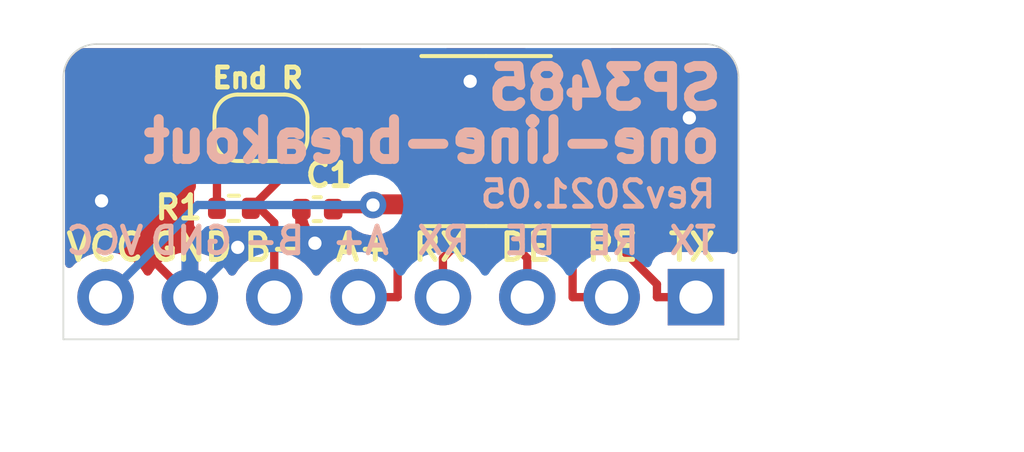
<source format=kicad_pcb>
(kicad_pcb (version 20221018) (generator pcbnew)
  (layers (0 "F.Cu" signal) (31 "B.Cu" signal) (34 "B.Paste" user) (35 "F.Paste" user) (36 "B.SilkS" user "B.Silkscreen") (37 "F.SilkS" user "F.Silkscreen") (38 "B.Mask" user) (39 "F.Mask" user) (44 "Edge.Cuts" user))
  (net 0 "")
  (net 1 "/DI")
  (net 2 "/DE")
  (net 3 "/RE")
  (net 4 "/RO")
  (net 5 "VCC")
  (net 6 "GND")
  (net 7 "/B")
  (net 8 "/A")
  (net 9 "Net-(JP1-Pad2)")
  (footprint "Resistor_SMD:R_0402_1005Metric" (layer "F.Cu") (at 142.485 73.925)
    (fp_text reference "R1" (at -1.66 -0.025) (layer "F.SilkS") (effects (font (size 0.7 0.7))))
    (fp_text value "220")
    (fp_line (start -0.153641 -0.38) (end 0.153641 -0.38) (stroke (width 0.12)) (layer "F.SilkS"))
    (fp_line (start -0.153641 0.38) (end 0.153641 0.38) (stroke (width 0.12)) (layer "F.SilkS"))
    (pad "1" smd roundrect (at -0.51 0) (size 0.54 0.64) (layers "F.Cu" "F.Paste" "F.Mask") (net 9 "Net-(JP1-Pad2)"))
    (pad "2" smd roundrect (at 0.51 0) (size 0.54 0.64) (layers "F.Cu" "F.Paste" "F.Mask") (net 7 "/B"))
  )
  (footprint "Package_SO:SOIC-8_3.9x4.9mm_P1.27mm" (layer "F.Cu") (at 150.08 71.9 180)
    (fp_text reference "U1" hide)
    (fp_text value "SP3485CN")
    (fp_line (start 0 -2.56) (end -3.45 -2.56) (stroke (width 0.12)) (layer "F.SilkS"))
    (fp_line (start 0 -2.56) (end 1.95 -2.56) (stroke (width 0.12)) (layer "F.SilkS"))
    (fp_line (start 0 2.56) (end -1.95 2.56) (stroke (width 0.12)) (layer "F.SilkS"))
    (fp_line (start 0 2.56) (end 1.95 2.56) (stroke (width 0.12)) (layer "F.SilkS"))
    (pad "1" smd roundrect (at -2.475 -1.905 180) (size 1.95 0.6) (layers "F.Cu" "F.Paste" "F.Mask") (net 4 "/RO"))
    (pad "2" smd roundrect (at -2.475 -0.635 180) (size 1.95 0.6) (layers "F.Cu" "F.Paste" "F.Mask") (net 3 "/RE"))
    (pad "3" smd roundrect (at -2.475 0.635 180) (size 1.95 0.6) (layers "F.Cu" "F.Paste" "F.Mask") (net 2 "/DE"))
    (pad "4" smd roundrect (at -2.475 1.905 180) (size 1.95 0.6) (layers "F.Cu" "F.Paste" "F.Mask") (net 1 "/DI"))
    (pad "5" smd roundrect (at 2.475 1.905 180) (size 1.95 0.6) (layers "F.Cu" "F.Paste" "F.Mask") (net 6 "GND"))
    (pad "6" smd roundrect (at 2.475 0.635 180) (size 1.95 0.6) (layers "F.Cu" "F.Paste" "F.Mask") (net 8 "/A"))
    (pad "7" smd roundrect (at 2.475 -0.635 180) (size 1.95 0.6) (layers "F.Cu" "F.Paste" "F.Mask") (net 7 "/B"))
    (pad "8" smd roundrect (at 2.475 -1.905 180) (size 1.95 0.6) (layers "F.Cu" "F.Paste" "F.Mask") (net 5 "VCC"))
  )
  (footprint "my-kicad-footprints:PinHeader_1x08_P2.54mm_Vertical_witout_silk" (layer "F.Cu") (at 156.4 76.6 -90)
    (fp_text reference "J1" hide)
    (fp_text value "Conn_01x08")
    (pad "1" thru_hole rect (at 0 0 270) (size 1.7 1.7) (drill 1) (layers "*.Cu" "*.Mask") (net 4 "/RO"))
    (pad "2" thru_hole oval (at 0 2.54 270) (size 1.7 1.7) (drill 1) (layers "*.Cu" "*.Mask") (net 3 "/RE"))
    (pad "3" thru_hole oval (at 0 5.08 270) (size 1.7 1.7) (drill 1) (layers "*.Cu" "*.Mask") (net 2 "/DE"))
    (pad "4" thru_hole oval (at 0 7.62 270) (size 1.7 1.7) (drill 1) (layers "*.Cu" "*.Mask") (net 1 "/DI"))
    (pad "5" thru_hole oval (at 0 10.16 270) (size 1.7 1.7) (drill 1) (layers "*.Cu" "*.Mask") (net 8 "/A"))
    (pad "6" thru_hole oval (at 0 12.7 270) (size 1.7 1.7) (drill 1) (layers "*.Cu" "*.Mask") (net 7 "/B"))
    (pad "7" thru_hole oval (at 0 15.24 270) (size 1.7 1.7) (drill 1) (layers "*.Cu" "*.Mask") (net 6 "GND"))
    (pad "8" thru_hole oval (at 0 17.78 270) (size 1.7 1.7) (drill 1) (layers "*.Cu" "*.Mask") (net 5 "VCC"))
  )
  (footprint "my-kicad-footprints:SolderJumper-2_P1.3mm_Bridged_RoundedPad1.0x1.5mm" (layer "F.Cu") (at 143.3 71.5 180)
    (fp_text reference "JP1" hide)
    (fp_text value "Bridged")
    (fp_poly (pts (xy 0.25 -0.15748) (xy -0.25 -0.15748) (xy -0.25 0.127) (xy 0.25 0.127)) (fill solid) (layer "F.Cu"))
    (fp_line (start -1.4 0.3) (end -1.4 -0.3) (stroke (width 0.12)) (layer "F.SilkS"))
    (fp_line (start -0.7 -1) (end 0.7 -1) (stroke (width 0.12)) (layer "F.SilkS"))
    (fp_line (start 0.7 1) (end -0.7 1) (stroke (width 0.12)) (layer "F.SilkS"))
    (fp_line (start 1.4 -0.3) (end 1.4 0.3) (stroke (width 0.12)) (layer "F.SilkS"))
    (fp_arc (start -1.4 -0.3) (mid -1.194975 -0.794975) (end -0.7 -1) (stroke (width 0.12)) (layer "F.SilkS"))
    (fp_arc (start -0.7 1) (mid -1.194975 0.794975) (end -1.4 0.3) (stroke (width 0.12)) (layer "F.SilkS"))
    (fp_arc (start 0.7 -1) (mid 1.194975 -0.794975) (end 1.4 -0.3) (stroke (width 0.12)) (layer "F.SilkS"))
    (fp_arc (start 1.4 0.3) (mid 1.194975 0.794975) (end 0.7 1) (stroke (width 0.12)) (layer "F.SilkS"))
    (pad "1" smd custom (at -0.65 0 180) (size 1 0.5) (layers "F.Cu" "F.Mask") (net 8 "/A") (options (clearance outline) (anchor rect)) (primitives (gr_circle (center 0 0.25) (end 0.5 0.25) (width 0) (fill yes)) (gr_circle (center 0 -0.25) (end 0.5 -0.25) (width 0) (fill yes)) (gr_poly (pts (xy 0 -0.75) (xy 0.5 -0.75) (xy 0.5 0.75) (xy 0 0.75)) (width 0) (fill yes))))
    (pad "2" smd custom (at 0.65 0 180) (size 1 0.5) (layers "F.Cu" "F.Mask") (net 9 "Net-(JP1-Pad2)") (options (clearance outline) (anchor rect)) (primitives (gr_circle (center 0 0.25) (end 0.5 0.25) (width 0) (fill yes)) (gr_circle (center 0 -0.25) (end 0.5 -0.25) (width 0) (fill yes)) (gr_poly (pts (xy 0 -0.75) (xy -0.5 -0.75) (xy -0.5 0.75) (xy 0 0.75)) (width 0) (fill yes))))
  )
  (footprint "Capacitor_SMD:C_0402_1005Metric" (layer "F.Cu") (at 144.995 73.95 180)
    (fp_text reference "C1" (at -0.355 1.025) (layer "F.SilkS") (effects (font (size 0.7 0.7))))
    (fp_text value "0.1uf")
    (fp_line (start -0.107836 -0.36) (end 0.107836 -0.36) (stroke (width 0.12)) (layer "F.SilkS"))
    (fp_line (start -0.107836 0.36) (end 0.107836 0.36) (stroke (width 0.12)) (layer "F.SilkS"))
    (pad "1" smd roundrect (at -0.48 0 180) (size 0.56 0.62) (layers "F.Cu" "F.Paste" "F.Mask") (net 5 "VCC"))
    (pad "2" smd roundrect (at 0.48 0 180) (size 0.56 0.62) (layers "F.Cu" "F.Paste" "F.Mask") (net 6 "GND"))
  )
  (gr_line (start 137.35 69.98) (end 137.35 77.87) (stroke (width 0.05)) (layer "Edge.Cuts"))
  (gr_arc (start 156.68 68.98) (mid 157.387107 69.272893) (end 157.68 69.98) (stroke (width 0.05)) (layer "Edge.Cuts"))
  (gr_arc (start 137.35 69.98) (mid 137.642893 69.272893) (end 138.35 68.98) (stroke (width 0.05)) (layer "Edge.Cuts"))
  (gr_line (start 156.68 68.98) (end 138.35 68.98) (stroke (width 0.05)) (layer "Edge.Cuts"))
  (gr_line (start 137.35 77.87) (end 157.68 77.87) (stroke (width 0.05)) (layer "Edge.Cuts"))
  (gr_line (start 157.68 77.87) (end 157.68 69.98) (stroke (width 0.05)) (layer "Edge.Cuts"))
  (gr_text "one-line-breakout" (at 148.45 71.9) (layer "B.SilkS") (effects (font (size 1.2 1.2) (thickness 0.3)) (justify mirror)))
  (gr_text "Rev2021.05" (at 153.45 73.5) (layer "B.SilkS") (effects (font (size 0.8 0.8)) (justify mirror)))
  (gr_text "TX" (at 156.3 74.9) (layer "B.SilkS") (effects (font (size 0.8 0.8)) (justify mirror)))
  (gr_text "VCC" (at 138.6 74.9) (layer "B.SilkS") (effects (font (size 0.8 0.8)) (justify mirror)))
  (gr_text "RX" (at 148.8 74.9) (layer "B.SilkS") (effects (font (size 0.8 0.8)) (justify mirror)))
  (gr_text "RE" (at 153.9 74.9) (layer "B.SilkS") (effects (font (size 0.8 0.8)) (justify mirror)))
  (gr_text "GND" (at 141.2 74.9) (layer "B.SilkS") (effects (font (size 0.8 0.8)) (justify mirror)))
  (gr_text "SP3485" (at 153.65 70.3) (layer "B.SilkS") (effects (font (size 1.2 1.2) (thickness 0.3)) (justify mirror)))
  (gr_text "A+" (at 146.3 74.9) (layer "B.SilkS") (effects (font (size 0.8 0.8)) (justify mirror)))
  (gr_text "B-" (at 143.7 74.9) (layer "B.SilkS") (effects (font (size 0.8 0.8)) (justify mirror)))
  (gr_text "DE" (at 151.4 74.9) (layer "B.SilkS") (effects (font (size 0.8 0.8)) (justify mirror)))
  (gr_text "VCC" (at 138.6 75.1) (layer "F.SilkS") (effects (font (size 0.8 0.8))))
  (gr_text "TX" (at 156.28 75.1) (layer "F.SilkS") (effects (font (size 0.8 0.8))))
  (gr_text "B-" (at 143.7 75.1) (layer "F.SilkS") (effects (font (size 0.8 0.8))))
  (gr_text "DE" (at 151.28 75.1) (layer "F.SilkS") (effects (font (size 0.8 0.8))))
  (gr_text "GND" (at 141.2 75.1) (layer "F.SilkS") (effects (font (size 0.8 0.8))))
  (gr_text "RE" (at 153.88 75.1) (layer "F.SilkS") (effects (font (size 0.8 0.8))))
  (gr_text "RX" (at 148.68 75.1) (layer "F.SilkS") (effects (font (size 0.8 0.8))))
  (gr_text "End R" (at 143.2 70) (layer "F.SilkS") (effects (font (size 0.6 0.6))))
  (gr_text "A+" (at 146.4 75.1) (layer "F.SilkS") (effects (font (size 0.8 0.8))))
  (segment (start 152.555 69.995) (end 152.1372 69.995) (width 0.25) (layer "F.Cu") (net 1))
  (segment (start 152.1372 69.995) (end 149.9553 72.1769) (width 0.25) (layer "F.Cu") (net 1))
  (segment (start 149.9553 72.1769) (end 149.9553 74.2494) (width 0.25) (layer "F.Cu") (net 1))
  (segment (start 149.9553 74.2494) (end 148.78 75.4247) (width 0.25) (layer "F.Cu") (net 1))
  (segment (start 148.78 76.6) (end 148.78 75.4247) (width 0.25) (layer "F.Cu") (net 1))
  (segment (start 150.7707 72.6603) (end 152.166 71.265) (width 0.25) (layer "F.Cu") (net 2))
  (segment (start 152.166 71.265) (end 152.555 71.265) (width 0.25) (layer "F.Cu") (net 2))
  (segment (start 151.32 75.4247) (end 150.7707 74.8754) (width 0.25) (layer "F.Cu") (net 2))
  (segment (start 150.7707 74.8754) (end 150.7707 72.6603) (width 0.25) (layer "F.Cu") (net 2))
  (segment (start 151.32 76.6) (end 151.32 75.4247) (width 0.25) (layer "F.Cu") (net 2))
  (segment (start 153.86 76.6) (end 152.6847 76.6) (width 0.25) (layer "F.Cu") (net 3))
  (segment (start 151.2211 74.1184) (end 152.6847 75.582) (width 0.25) (layer "F.Cu") (net 3))
  (segment (start 151.2211 73.4374) (end 151.2211 74.1184) (width 0.25) (layer "F.Cu") (net 3))
  (segment (start 152.555 72.535) (end 152.1235 72.535) (width 0.25) (layer "F.Cu") (net 3))
  (segment (start 152.1235 72.535) (end 151.2211 73.4374) (width 0.25) (layer "F.Cu") (net 3))
  (segment (start 152.6847 75.582) (end 152.6847 76.6) (width 0.25) (layer "F.Cu") (net 3))
  (segment (start 152.555 73.805) (end 152.8175 73.805) (width 0.25) (layer "F.Cu") (net 4))
  (segment (start 152.8175 73.805) (end 155.2247 76.2122) (width 0.25) (layer "F.Cu") (net 4))
  (segment (start 156.4 76.6) (end 155.2247 76.6) (width 0.25) (layer "F.Cu") (net 4))
  (segment (start 155.2247 76.2122) (end 155.2247 76.6) (width 0.25) (layer "F.Cu") (net 4))
  (segment (start 145.475 73.95) (end 146.55 73.95) (width 0.25) (layer "F.Cu") (net 5))
  (segment (start 146.55 73.95) (end 146.675 73.825) (width 0.25) (layer "F.Cu") (net 5))
  (segment (start 146.695 73.805) (end 146.675 73.825) (width 0.25) (layer "F.Cu") (net 5))
  (segment (start 147.605 73.805) (end 146.695 73.805) (width 0.25) (layer "F.Cu") (net 5))
  (via (at 146.675 73.825) (size 0.8) (drill 0.4) (layers "F.Cu" "B.Cu") (net 5))
  (segment (start 146.675 73.825) (end 141.395 73.825) (width 0.25) (layer "B.Cu") (net 5))
  (segment (start 141.395 73.825) (end 138.62 76.6) (width 0.25) (layer "B.Cu") (net 5))
  (segment (start 141.16 76.6) (end 138.5 73.94) (width 0.25) (layer "F.Cu") (net 6))
  (segment (start 147.605 69.995) (end 149.495 69.995) (width 0.25) (layer "F.Cu") (net 6))
  (segment (start 142.4395 69.995) (end 141.16 71.2745) (width 0.25) (layer "F.Cu") (net 6))
  (segment (start 141.16 71.2745) (end 141.16 76.6) (width 0.25) (layer "F.Cu") (net 6))
  (segment (start 144.515 74.565) (end 144.925 74.975) (width 0.25) (layer "F.Cu") (net 6))
  (segment (start 149.495 69.995) (end 149.6 70.1) (width 0.25) (layer "F.Cu") (net 6))
  (segment (start 144.515 73.95) (end 144.515 74.565) (width 0.25) (layer "F.Cu") (net 6))
  (segment (start 147.605 69.995) (end 142.4395 69.995) (width 0.25) (layer "F.Cu") (net 6))
  (segment (start 138.5 73.94) (end 138.5 73.7) (width 0.25) (layer "F.Cu") (net 6))
  (via (at 144.925 74.975) (size 0.8) (drill 0.4) (layers "F.Cu" "B.Cu") (net 6))
  (via (at 149.6 70.1) (size 0.8) (drill 0.4) (layers "F.Cu" "B.Cu") (net 6))
  (via (at 142.6 75.1) (size 0.8) (drill 0.4) (layers "F.Cu" "B.Cu") (net 6))
  (via (at 156.2 71.2) (size 0.8) (drill 0.4) (layers "F.Cu" "B.Cu") (net 6))
  (via (at 138.5 73.7) (size 0.8) (drill 0.4) (layers "F.Cu" "B.Cu") (net 6))
  (segment (start 155.1 70.1) (end 156.2 71.2) (width 0.25) (layer "B.Cu") (net 6))
  (segment (start 141.16 76.6) (end 141.16 76.54) (width 0.25) (layer "B.Cu") (net 6))
  (segment (start 149.6 70.1) (end 155.1 70.1) (width 0.25) (layer "B.Cu") (net 6))
  (segment (start 141.16 76.54) (end 142.6 75.1) (width 0.25) (layer "B.Cu") (net 6))
  (segment (start 144.385 72.535) (end 142.995 73.925) (width 0.25) (layer "F.Cu") (net 7))
  (segment (start 142.995 73.925) (end 143.265 73.925) (width 0.25) (layer "F.Cu") (net 7))
  (segment (start 147.605 72.535) (end 144.385 72.535) (width 0.25) (layer "F.Cu") (net 7))
  (segment (start 143.7 74.36) (end 143.7 76.6) (width 0.25) (layer "F.Cu") (net 7))
  (segment (start 143.265 73.925) (end 143.7 74.36) (width 0.25) (layer "F.Cu") (net 7))
  (segment (start 148.0381 71.265) (end 148.9065 72.1334) (width 0.25) (layer "F.Cu") (net 8))
  (segment (start 148.9065 72.1334) (end 148.9065 74.1889) (width 0.25) (layer "F.Cu") (net 8))
  (segment (start 146.24 76.6) (end 147.4153 76.6) (width 0.25) (layer "F.Cu") (net 8))
  (segment (start 143.95 71.5) (end 144.185 71.265) (width 0.25) (layer "F.Cu") (net 8))
  (segment (start 147.605 71.265) (end 148.0381 71.265) (width 0.25) (layer "F.Cu") (net 8))
  (segment (start 147.4153 75.6801) (end 147.4153 76.6) (width 0.25) (layer "F.Cu") (net 8))
  (segment (start 144.185 71.265) (end 147.605 71.265) (width 0.25) (layer "F.Cu") (net 8))
  (segment (start 148.9065 74.1889) (end 147.4153 75.6801) (width 0.25) (layer "F.Cu") (net 8))
  (segment (start 141.975 73.925) (end 141.975 72.175) (width 0.25) (layer "F.Cu") (net 9))
  (segment (start 141.975 72.175) (end 142.65 71.5) (width 0.25) (layer "F.Cu") (net 9))
  (zone (net 6) (net_name "GND") (layer "F.Cu") (connect_pads (clearance 0.508)) (min_thickness 0.254) (fill yes (thermal_gap 0.508) (thermal_bridge_width 0.508))
    (polygon (pts (xy 157.68 69.1) (xy 157.68 77.9) (xy 137.4 77.9) (xy 137.4 69.1)))
  )
  (zone (net 6) (net_name "GND") (layer "B.Cu") (connect_pads (clearance 0.508)) (min_thickness 0.254) (fill yes (thermal_gap 0.508) (thermal_bridge_width 0.508))
    (polygon (pts (xy 157.68 69.1) (xy 157.68 77.9) (xy 137.4 77.9) (xy 137.4 69.1)))
  )
)
</source>
